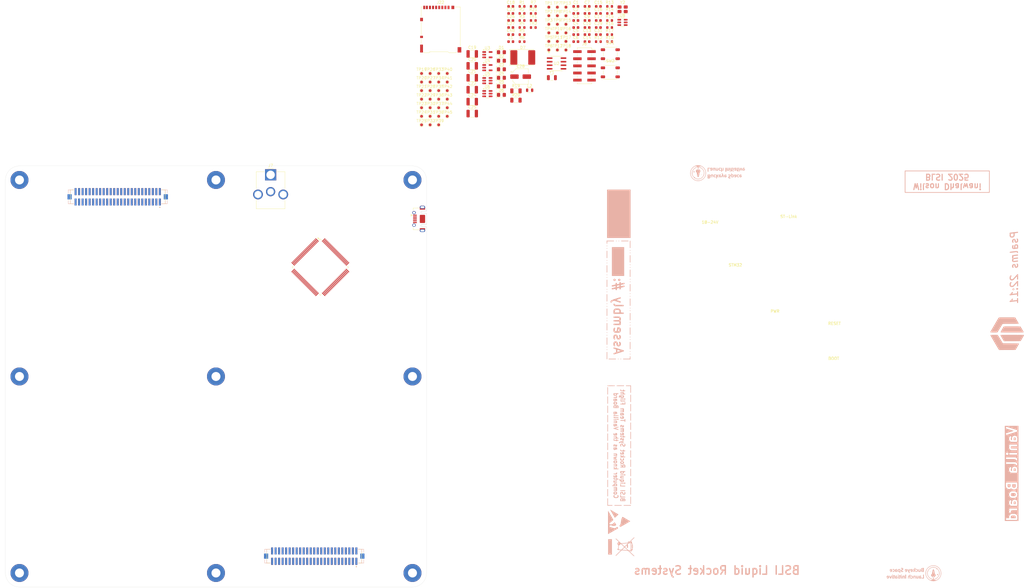
<source format=kicad_pcb>
(kicad_pcb (version 20241229) (generator "pcbnew") (generator_version "9.0")
  (layers (0 "F.Cu" signal "F.Cu(SIG)") (4 "In1.Cu" power "In1.Cu(GND)") (6 "In2.Cu" mixed "In2.Cu(PWR)") (8 "In3.Cu" signal "In3.Cu(ISIG)") (10 "In4.Cu" power "In4.Cu(GND)") (2 "B.Cu" signal "B.Cu(SIG)") (13 "F.Paste" user) (15 "B.Paste" user) (5 "F.SilkS" user "F.Silkscreen") (7 "B.SilkS" user "B.Silkscreen") (1 "F.Mask" user) (3 "B.Mask" user) (25 "Edge.Cuts" user))
  (net 0 "")
  (net 1 "GND")
  (net 2 "VDDA")
  (net 3 "NRST{slash}RESET")
  (net 4 "PC15{slash}LSE_OUT")
  (net 5 "PH1{slash}HSE_OUT")
  (net 6 "PH3{slash}BOOT0")
  (net 7 "/Mezzanine Connectors/Mez9")
  (net 8 "VBUS")
  (net 9 "/Mezzanine Connectors/Mez30")
  (net 10 "FLTCLK_P")
  (net 11 "/Mezzanine Connectors/Mez37")
  (net 12 "/Mezzanine Connectors/Mez28")
  (net 13 "FLTCLK_N")
  (net 14 "/Mezzanine Connectors/Mez15")
  (net 15 "/Mezzanine Connectors/Mez44")
  (net 16 "/Mezzanine Connectors/Mez14")
  (net 17 "/Mezzanine Connectors/Mez12")
  (net 18 "/Mezzanine Connectors/Mez34")
  (net 19 "/Mezzanine Connectors/Mez19")
  (net 20 "/Mezzanine Connectors/Mez43")
  (net 21 "/Mezzanine Connectors/Mez20")
  (net 22 "/Mezzanine Connectors/Mez45")
  (net 23 "/Mezzanine Connectors/Mez31")
  (net 24 "/Mezzanine Connectors/Mez10")
  (net 25 "/Mezzanine Connectors/Mez42")
  (net 26 "/Mezzanine Connectors/Mez27")
  (net 27 "/Mezzanine Connectors/Mez6")
  (net 28 "/Mezzanine Connectors/Mez21")
  (net 29 "/Mezzanine Connectors/Mez35")
  (net 30 "/Mezzanine Connectors/Mez33")
  (net 31 "/Mezzanine Connectors/Mez36")
  (net 32 "/Mezzanine Connectors/Mez46")
  (net 33 "/Mezzanine Connectors/Mez5")
  (net 34 "/Mezzanine Connectors/Mez23")
  (net 35 "/Mezzanine Connectors/Mez40")
  (net 36 "/Mezzanine Connectors/Mez32")
  (net 37 "/Mezzanine Connectors/Mez18")
  (net 38 "/Mezzanine Connectors/Mez8")
  (net 39 "/Mezzanine Connectors/Mez22")
  (net 40 "/Mezzanine Connectors/Mez16")
  (net 41 "/Mezzanine Connectors/Mez7")
  (net 42 "/Mezzanine Connectors/Mez17")
  (net 43 "/Mezzanine Connectors/Mez38")
  (net 44 "/Mezzanine Connectors/Mez24")
  (net 45 "/Mezzanine Connectors/Mez41")
  (net 46 "/Mezzanine Connectors/Mez29")
  (net 47 "/Mezzanine Connectors/Mez11")
  (net 48 "/Mezzanine Connectors/Mez39")
  (net 49 "/Mezzanine Connectors/Mez13")
  (net 50 "/Mezzanine Connectors/Mez59")
  (net 51 "/Mezzanine Connectors/Mez89")
  (net 52 "/Mezzanine Connectors/Mez68")
  (net 53 "/Mezzanine Connectors/Mez87")
  (net 54 "/Mezzanine Connectors/Mez66")
  (net 55 "/Mezzanine Connectors/Mez86")
  (net 56 "/Mezzanine Connectors/Mez58")
  (net 57 "/Mezzanine Connectors/Mez63")
  (net 58 "/Mezzanine Connectors/Mez56")
  (net 59 "/Mezzanine Connectors/Mez97")
  (net 60 "/Mezzanine Connectors/Mez84")
  (net 61 "/Mezzanine Connectors/Mez65")
  (net 62 "/Mezzanine Connectors/Mez90")
  (net 63 "/Mezzanine Connectors/Mez70")
  (net 64 "/Mezzanine Connectors/Mez93")
  (net 65 "/Mezzanine Connectors/Mez88")
  (net 66 "/Mezzanine Connectors/Mez82")
  (net 67 "/Mezzanine Connectors/Mez72")
  (net 68 "/Mezzanine Connectors/Mez62")
  (net 69 "/Mezzanine Connectors/Mez81")
  (net 70 "/Mezzanine Connectors/Mez80")
  (net 71 "/Mezzanine Connectors/Mez92")
  (net 72 "/Mezzanine Connectors/Mez57")
  (net 73 "/Mezzanine Connectors/Mez96")
  (net 74 "/Mezzanine Connectors/Mez95")
  (net 75 "/Mezzanine Connectors/Mez60")
  (net 76 "/Mezzanine Connectors/Mez64")
  (net 77 "/Mezzanine Connectors/Mez67")
  (net 78 "/Mezzanine Connectors/Mez94")
  (net 79 "/Mezzanine Connectors/Mez83")
  (net 80 "/Mezzanine Connectors/Mez54")
  (net 81 "/Mezzanine Connectors/Mez55")
  (net 82 "/Mezzanine Connectors/Mez69")
  (net 83 "/Mezzanine Connectors/Mez85")
  (net 84 "/Mezzanine Connectors/Mez61")
  (net 85 "/Mezzanine Connectors/Mez79")
  (net 86 "/Mezzanine Connectors/Mez91")
  (net 87 "/Mezzanine Connectors/Mez71")
  (net 88 "PA13{slash}SWDIO")
  (net 89 "PA14{slash}SWCLK")
  (net 90 "STATUS_LED_1")
  (net 91 "STATUS_LED_2")
  (net 92 "STATUS_LED_3")
  (net 93 "STATUS_LED_4")
  (net 94 "PC0{slash}ADC4_1")
  (net 95 "USB_D-")
  (net 96 "PA9{slash}USB_OTG_FS_VBUS")
  (net 97 "PH0{slash}HSE_IN")
  (net 98 "PC14{slash}LSE_IN")
  (net 100 "Net-(C10-Pad1)")
  (net 104 "Net-(C14-Pad1)")
  (net 109 "PA10{slash}USB_OTG_FS_ID")
  (net 110 "USB_D+")
  (net 116 "Net-(C17-Pad1)")
  (net 118 "PD0{slash}FDCAN1_RX")
  (net 121 "+3.3V")
  (net 125 "PA8{slash}USB_OTG_FS_SOF")
  (net 126 "Net-(U1-VCAP)")
  (net 128 "Net-(U6-SW)")
  (net 132 "Net-(U6-BST)")
  (net 136 "Net-(U3-+)")
  (net 137 "Net-(U4-+)")
  (net 141 "Net-(U5-BST)")
  (net 145 "PC9{slash}OTG_FS_NOE")
  (net 146 "PD1{slash}FDCAN1_TX")
  (net 150 "Net-(U5-SW)")
  (net 158 "+5V")
  (net 163 "Net-(D1-A)")
  (net 169 "CANTRX_STBY")
  (net 170 "Net-(D2-A)")
  (net 171 "Net-(D3-A)")
  (net 172 "Net-(D4-A)")
  (net 173 "Net-(D5-A)")
  (net 174 "Net-(D6-A)")
  (net 178 "STATUS_LED_5")
  (net 179 "BZR_Prg")
  (net 180 "CAN+")
  (net 181 "RGB_LED_RED")
  (net 182 "USB_C_PWR_DLVRY_Dead_Batt_Func")
  (net 183 "USB_C_PWR_DLVRY")
  (net 184 "RGB_LED_BLU")
  (net 185 "RGB_LED_GRN")
  (net 186 "I_5")
  (net 187 "I_3.3")
  (net 188 "USB_5V")
  (net 189 "CAN-")
  (net 191 "SD_CS")
  (net 193 "SD_SPI2_SCK")
  (net 194 "SD_SPI2_MOSI")
  (net 195 "SD_SPI2_MISO")
  (net 196 "Net-(D7-A)")
  (net 197 "MICRO_USB_D-")
  (net 198 "MICRO_USB_D+")
  (net 199 "Net-(U6-EN)")
  (net 200 "Net-(U5-EN)")
  (footprint "Capacitor_SMD:C_0603_1608Metric" (layer "F.Cu") (at 578.195 130.726)
    (property "Reference" "C6")
    (property "Value" "100n")
  )
  (footprint "Capacitor_SMD:C_0603_1608Metric" (layer "F.Cu") (at 578.195 123.196)
    (property "Reference" "C3")
    (property "Value" "100n")
  )
  (footprint "Resistor_SMD:R_0603_1608Metric" (layer "F.Cu") (at 590.225 128.216)
    (property "Reference" "R17")
    (property "Value" "60")
  )
  (footprint "Capacitor_SMD:C_0603_1608Metric" (layer "F.Cu") (at 586.215 125.706)
    (property "Reference" "C29")
    (property "Value" "4.7u")
  )
  (footprint "TestPoint:TestPoint_Pad_D1.0mm" (layer "F.Cu") (at 568.565 133.696)
    (property "Reference" "TP6")
    (property "Value" "TestPoint")
  )
  (footprint "TestPoint:TestPoint_Pad_D1.0mm" (layer "F.Cu") (at 532.385 151.216)
    (property "Reference" "TP43")
    (property "Value" "TestPoint")
  )
  (footprint "Connector_USB:USB_Micro-AB_Molex_47590-0001" (layer "F.Cu") (at 523.9 193.87 90)
    (property "Reference" "J1" (hide yes))
    (property "Value" "USB_OTG")
    (fp_line (start 2.8 -0.475) (end 2.8 1.1) (stroke (width 0.1)) (layer "Edge.Cuts"))
    (fp_line (start 1.95 -0.475) (end 1.95 1.1) (stroke (width 0.1)) (layer "Edge.Cuts"))
    (fp_line (start -1.95 -0.475) (end -1.95 1.1) (stroke (width 0.1)) (layer "Edge.Cuts"))
    (fp_line (start -2.8 -0.475) (end -2.8 1.1) (stroke (width 0.1)) (layer "Edge.Cuts"))
    (fp_line (start 2.8 1.1) (end 3.75 1.1) (stroke (width 0.1)) (layer "Edge.Cuts"))
    (fp_line (start -1.95 1.1) (end 1.95 1.1) (stroke (width 0.1)) (layer "Edge.Cuts"))
    (fp_line (start -3.75 1.1) (end -2.8 1.1) (stroke (width 0.1)) (layer "Edge.Cuts"))
    (fp_arc (start 1.95 -0.475) (mid 2.375 -0.9) (end 2.8 -0.475) (stroke (width 0.1)) (layer "Edge.Cuts"))
    (fp_arc (start -2.8 -0.475) (mid -2.375 -0.9) (end -1.95 -0.475) (stroke (width 0.1)) (layer "Edge.Cuts"))
  )
  (footprint "Capacitor_SMD:C_0603_1608Metric" (layer "F.Cu") (at 582.205 120.686)
    (property "Reference" "C8")
    (property "Value" "100nF")
  )
  (footprint "TestPoint:TestPoint_Pad_D1.0mm" (layer "F.Cu") (at 532.385 142.066)
    (property "Reference" "TP40")
    (property "Value" "TestPoint")
  )
  (footprint "Capacitor_SMD:C_1210_3225Metric" (layer "F.Cu") (at 541.285 147.846)
    (property "Reference" "C22")
    (property "Value" "22u")
  )
  (footprint "TestPoint:TestPoint_Pad_D1.0mm" (layer "F.Cu") (at 529.335 154.266)
    (property "Reference" "TP37")
    (property "Value" "TestPoint")
  )
  (footprint "Capacitor_SMD:C_0603_1608Metric" (layer "F.Cu") (at 586.215 128.216)
    (property "Reference" "C31")
    (property "Value" "10u")
  )
  (footprint "Capacitor_SMD:C_1210_3225Metric" (layer "F.Cu") (at 541.285 152.096)
    (property "Reference" "C24")
    (property "Value" "10u")
  )
  (footprint "LED_SMD:LED_0805_2012Metric_Pad1.15x1.40mm_HandSolder" (layer "F.Cu") (at 551.68 149.691)
    (property "Reference" "D6")
    (property "Value" "VILT_LED")
  )
  (footprint "TestPoint:TestPoint_Pad_D1.0mm" (layer "F.Cu") (at 526.285 145.116)
    (property "Reference" "TP27")
    (property "Value" "TestPoint")
  )
  (footprint "Button_Switch_SMD:SW_SPST_PTS647_Sx38" (layer "F.Cu") (at 590.465 135.206)
    (property "Reference" "SW1")
    (property "Value" "SW_Push")
  )
  (footprint "TestPoint:TestPoint_Pad_D1.0mm" (layer "F.Cu") (at 523.235 145.116)
    (property "Reference" "TP20")
    (property "Value" "TestPoint")
  )
  (footprint "TestPoint:TestPoint_Pad_D1.0mm" (layer "F.Cu") (at 571.615 121.496)
    (property "Reference" "TP8")
    (property "Value" "TestPoint")
  )
  (footprint "MountingHole:MountingHole_3.2mm_M3_Pad" (layer "F.Cu") (at 520 250)
    (property "Reference" "H8" (hide yes))
    (property "Value" "MountingHole_Pad")
  )
  (footprint "Capacitor_SMD:C_0603_1608Metric" (layer "F.Cu") (at 582.205 123.196)
    (property "Reference" "C9")
    (property "Value" "C_Small")
  )
  (footprint "Package_TO_SOT_SMD:TSOT-23-6" (layer "F.Cu") (at 546.685 149.246)
    (property "Reference" "U6")
    (property "Value" "AP63205WU")
  )
  (footprint "Crystal:Crystal_SMD_SeikoEpson_TSX3225-4Pin_3.2x2.5mm" (layer "F.Cu") (at 594.855 119.196)
    (property "Reference" "Y2")
    (property "Value" "16 MHz")
  )
  (footprint "TestPoint:TestPoint_Pad_D1.0mm" (layer "F.Cu") (at 574.665 130.646)
    (property "Reference" "TP17")
    (property "Value" "TestPoint")
  )
  (footprint "Resistor_SMD:R_0603_1608Metric" (layer "F.Cu") (at 559.025 120.686)
    (property "Reference" "R2")
    (property "Value" "680")
  )
  (footprint "Harwin_Conn_SMT:HARWIN_G125-FS15005L0R" (layer "F.Cu") (at 415 186)
    (property "Reference" "J3" (hide yes))
    (property "Value" "G125-FS15005L0R")
  )
  (footprint "Resistor_SMD:R_0603_1608Metric" (layer "F.Cu") (at 590.225 120.686)
    (property "Reference" "R14")
    (property "Value" "R_Small_US")
  )
  (footprint "TestPoint:TestPoint_Pad_D1.0mm" (layer "F.Cu") (at 529.335 148.166)
    (property "Reference" "TP35")
    (property "Value" "TestPoint")
  )
  (footprint "Capacitor_SMD:C_0603_1608Metric" (layer "F.Cu") (at 555.015 125.706)
    (property "Reference" "C27")
    (property "Value" "100n")
  )
  (footprint "Resistor_SMD:R_0603_1608Metric" (layer "F.Cu") (at 563.035 125.706)
    (property "Reference" "TH2")
    (property "Value" "Thermistor_PTC")
  )
  (footprint "Connector_PinSocket_2.54mm:PinSocket_2x05_P2.54mm_Vertical_SMD" (layer "F.Cu") (at 581.265 139.356)
    (property "Reference" "J6")
    (property "Value" "Conn_02x05_Counter_Clockwise")
  )
  (footprint "TestPoint:TestPoint_Pad_D1.0mm" (layer "F.Cu") (at 529.335 145.116)
    (property "Reference" "TP34")
    (property "Value" "TestPoint")
  )
  (footprint "Capacitor_SMD:C_1210_3225Metric" (layer "F.Cu") (at 541.285 143.596)
    (property "Reference" "C21")
    (property "Value" "22u")
  )
  (footprint "LED_SMD:LED_0805_2012Metric_Pad1.15x1.40mm_HandSolder" (layer "F.Cu") (at 551.68 134.491)
    (property "Reference" "D1")
    (property "Value" "BLU_LED")
  )
  (footprint "MountingHole:MountingHole_3.2mm_M3_Pad" (layer "F.Cu") (at 380 250)
    (property "Reference" "H2" (hide yes))
    (property "Value" "MountingHole_Pad")
  )
  (footprint "LED_SMD:LED_0805_2012Metric_Pad1.15x1.40mm_HandSolder" (layer "F.Cu") (at 551.68 137.531)
    (property "Reference" "D2")
    (property "Value" "RED_LED")
  )
  (footprint "Diode_SMD:D_3220_8050Metric" (layer "F.Cu") (at 559.295 136.366)
    (property "Reference" "D7")
    (property "Value" "D_Schottky")
  )
  (footprint "Resistor_SMD:R_0603_1608Metric" (layer "F.Cu") (at 559.025 123.196)
    (property "Reference" "R3")
    (property "Value" "680")
  )
  (footprint "MountingHole:MountingHole_3.2mm_M3_Pad" (layer "F.Cu") (at 450 320)
    (property "Reference" "H6" (hide yes))
    (property "Value" "MountingHole_Pad")
  )
  (footprint "TestPoint:TestPoint_Pad_D1.0mm" (layer "F.Cu") (at 526.285 157.316)
    (property "Reference" "TP31")
    (property "Value" "TestPoint")
  )
  (footprint "Resistor_SMD:R_0603_1608Metric" (layer "F.Cu") (at 590.225 125.706)
    (property "Reference" "R16")
    (property "Value" "10k")
  )
  (footprint "LED_SMD:LED_0805_2012Metric_Pad1.15x1.40mm_HandSolder" (layer "F.Cu") (at 551.68 143.611)
    (property "Reference" "D4")
    (property "Value" "GRN_LED")
  )
  (footprint "Resistor_SMD:R_0603_1608Metric" (layer "F.Cu") (at 563.035 123.196)
    (property "Reference" "TH1")
    (property "Value" "Thermistor_PTC")
  )
  (footprint "MountingHole:MountingHole_3.2mm_M3_Pad" (layer "F.Cu") (at 450 250)
    (property "Reference" "H5" (hide yes))
    (property "Value" "MountingHole_Pad")
  )
  (footprint "Capacitor_SMD:C_0603_1608Metric" (layer "F.Cu") (at 578.195 120.686)
    (property "Reference" "C2")
    (property "Value" "100n")
  )
  (footprint "Capacitor_SMD:C_0603_1608Metric" (layer "F.Cu") (at 578.195 118.176)
    (property "Reference" "C1")
    (property "Value" "100n")
  )
  (footprint "Harwin_Conn_SMT:SOIC8_4P9X3P9MC_MCH" (layer "F.Cu") (at 571.3246 138.5023)
    (property "Reference" "U2")
    (property "Value" "ATA6561-GAQW-N")
  )
  (footprint "Resistor_SMD:R_0603_1608Metric" (layer "F.Cu") (at 559.025 118.176)
    (property "Reference" "R1")
    (property "Value" "680")
  )
  (footprint "TestPoint:TestPoint_Pad_D1.0mm" (layer "F.Cu") (at 568.565 130.646)
    (property "Reference" "TP5")
    (property "Value" "TestPoint")
  )
  (footprint "MountingHole:MountingHole_3.2mm_M3_Pad" (layer "F.Cu") (at 380 180)
    (property "Reference" "H1" (hide yes))
    (property "Value" "MountingHole_Pad")
  )
  (footprint "MountingHole:MountingHole_3.2mm_M3_Pad" (layer "F.Cu") (at 520 320)
    (property "Reference" "H9" (hide yes))
    (property "Value" "MountingHole_Pad")
  )
  (footprint "Capacitor_SMD:C_0603_1608Metric" (layer "F.Cu") (at 586.215 123.196)
    (property "Reference" "C17")
    (property "Value" "100n")
  )
  (footprint "TestPoint:TestPoint_Pad_D1.0mm" (layer "F.Cu") (at 574.665 121.496)
    (property "Reference" "TP14")
    (property "Value" "TestPoint")
  )
  (footprint "Package_TO_SOT_SMD:SOT-23-5" (layer "F.Cu") (at 546.685 135.371)
    (property "Reference" "U3")
    (property "Value" "INA180A4")
  )
  (footprint "Capacitor_SMD:C_0603_1608Metric" (layer "F.Cu") (at 555.015 120.686)
    (property "Reference" "C23")
    (property "Value" "100n")
  )
  (footprint "Capacitor_SMD:C_0603_1608Metric" (layer "F.Cu") (at 582.205 128.216)
    (property "Reference" "C13")
    (property "Value" "1u")
  )
  (footprint "MountingHole:MountingHole_3.2mm_M3_Pad" (layer "F.Cu") (at 520 180)
    (property "Reference" "H7" (hide yes))
    (property "Value" "MountingHole_Pad")
  )
  (footprint "Connector_BarrelJack:BarrelJack_CUI_PJ-063AH_Horizontal_CircularHoles" (layer "F.Cu") (at 469.464 178.166)
    (property "Reference" "J7")
    (property "Value" "Barrel_Jack")
  )
  (footprint "LED_SMD:LED_0805_2012Metric_Pad1.15x1.40mm_HandSolder" (layer "F.Cu") (at 551.68 146.651)
    (property "Reference" "D5")
    (property "Value" "AMBR_LED")
  )
  (footprint "TestPoint:TestPoint_Pad_D1.0mm" (layer "F.Cu") (at 523.235 157.316)
    (property "Reference" "TP24")
    (property "Value" "TestPoint")
  )
  (footprint "Resistor_SMD:R_0603_1608Metric" (layer "F.Cu") (at 559.025 125.706)
    (property "Reference" "R4")
    (property "Value" "680")
  )
  (footprint "Capacitor_SMD:C_1210_3225Metric" (layer "F.Cu") (at 541.285 156.346)
    (property "Reference" "C25")
    (property "Value" "10u")
  )
  (footprint "Capacitor_SMD:C_0603_1608Metric" (layer "F.Cu") (at 578.195 125.706)
    (property "Reference" "C4")
    (property "Value" "100n")
  )
  (footprint "Button_Switch_SMD:SW_SPST_PTS647_Sx38" (layer "F.Cu") (at 590.465 141.656)
    (property "Reference" "SW2")
    (property "Value" "SW_Push")
  )
  (footprint "TestPoint:TestPoint_Pad_D1.0mm" (layer "F.Cu") (at 529.335 160.366)
    (property "Reference" "TP39")
    (property "Value" "TestPoint")
  )
  (footprint "TestPoint:TestPoint_Pad_D1.0mm" (layer "F.Cu") (at 526.285 160.366)
    (property "Reference" "TP32")
    (property "Value" "TestPoint")
  )
  (footprint "TestPoint:TestPoint_Pad_D1.0mm" (layer "F.Cu") (at 574.665 118.446)
    (property "Reference" "TP13")
    (property "Value" "TestPoint")
  )
  (footprint "Resistor_SMD:R_0603_1608Metric" (layer "F.Cu") (at 590.225 130.726)
    (property "Reference" "R18")
    (property "Value" "60")
  )
  (footprint "TestPoint:TestPoint_Pad_D1.0mm" (layer "F.Cu") (at 526.285 151.216)
    (property "Reference" "TP29")
    (property "Value" "TestPoint")
  )
  (footprint "TestPoint:TestPoint_Pad_D1.0mm" (layer "F.Cu") (at 532.385 157.316)
    (property "Reference" "TP45")
    (property "Value" "TestPoint")
  )
  (footprint "Capacitor_SMD:CP_Elec_5x5.9" (layer "F.Cu") (at 558.525 143.186)
    (property "Reference" "C28")
    (property "Value" "10uF")
  )
  (footprint "Harwin_Conn_SMT:HARWIN_G125-FS15005L0R" (layer "F.Cu") (at 485 314)
    (property "Reference" "J5" (hide yes))
    (property "Value" "G125-FS15005L0R")
  )
  (footprint "TestPoint:TestPoint_Pad_D1.0mm" (layer "F.Cu") (at 532.385 154.266)
    (property "Reference" "TP44")
    (property "Value" "TestPoint")
  )
  (footprint "Capacitor_SMD:C_0603_1608Metric" (layer "F.Cu") (at 578.195 128.216)
    (property "Reference" "C5")
    (property "Value" "100n")
  )
  (footprint "Resistor_SMD:R_1206_3216Metric" (layer "F.Cu") (at 556.855 148.266)
    (property "Reference" "R19")
    (property "Value" "1m")
  )
  (footprint "Capacitor_SMD:C_1210_3225Metric" (layer "F.Cu") (at 541.285 135.096)
    (property "Reference" "C19")
    (property "Value" "22u")
  )
  (footprint "TestPoint:TestPoint_Pad_D1.0mm" (layer "F.Cu") (at 523.235 154.266)
    (property "Reference" "TP23")
    (property "Value" "TestPoint")
  )
  (footprint "Resistor_SMD:R_0603_1608Metric" (layer "F.Cu") (at 590.225 118.176)
    (property "Reference" "R13")
    (property "Value" "10k")
  )
  (footprint "TestPoint:TestPoint_Pad_D1.0mm" (layer "F.Cu") (at 532.385 148.166)
    (property "Reference" "TP42")
    (property "Value" "TestPoint")
  )
  (footprint "Package_TO_SOT_SMD:SOT-23-6" (layer "F.Cu") (at 594.805 123.871)
    (property "Reference" "U8")
    (property "Value" "USBLC6-2SC6")
  )
  (footprint "Resistor_SMD:R_0603_1608Metric" (layer "F.Cu") (at 563.035 120.686)
    (property "Reference" "R21")
    (property "Value" "680")
  )
  (footprint "Capacitor_SMD:C_0603_1608Metric" (layer "F.Cu") (at 555.015 128.216)
    (property "Reference" "C48")
    (property "Value" "10uF")
  )
  (footprint "Inductor_SMD:L_TDK_MLZ2012_h1.25mm" (layer "F.Cu") (at 561.735 148.031)
    (property "Reference" "L2")
    (property "Value" "4.7u")
  )
  (footprint "TestPoint:TestPoint_Pad_D1.0mm" (layer "F.Cu") (at 571.615 118.446)
    (property "Reference" "TP7")
    (property "Value" "TestPoint")
  )
  (footprint "TestPoint:TestPoint_Pad_D1.0mm" (layer "F.Cu") (at 523.235 142.066)
    (property "Reference" "TP19")
    (property "Value" "TestPoint")
  )
  (footprint "TestPoint:TestPoint_Pad_D1.0mm" (layer "F.Cu") (at 568.565 118.446)
    (property "Reference" "TP1")
    (property "Value" "TestPoint")
  )
  (footprint "Capacitor_SMD:C_0603_1608Metric" (layer "F.Cu") (at 586.215 120.686)
    (property "Reference" "C16")
    (property "Value" "100n")
  )
  (footprint "Inductor_SMD:L_0603_1608Metric" (layer "F.Cu") (at 555.015 130.726)
    (property "Reference" "L1")
    (property "Value" "3.9u")
  )
  (footprint "TestPoint:TestPoint_Pad_D1.0mm" (layer "F.Cu") (at 526.285 148.166)
    (property "Reference" "TP28")
    (property "Value" "TestPoint")
  )
  (footprint "Package_TO_SOT_SMD:TSOT-23-6" (layer "F.Cu") (at 546.685 144.621)
    (property "Reference" "U5")
    (property "Value" "AP63203WU")
  )
  (footprint "Package_QFP:LQFP-100_14x14mm_P0.5mm" (layer "F.Cu") (at 487.172 211.074)
    (property "Reference" "U1" (hide yes))
    (property "Value" "STM32U575VITx")
  )
  (footprint "TestPoint:TestPoint_Pad_D1.0mm" (layer "F.Cu") (at 568.565 127.596)
    (property "Reference" "TP4")
    (property "Value" "TestPoint")
  )
  (footprint "TestPoint:TestPoint_Pad_D1.0mm" (layer "F.Cu") (at 529.335 151.216)
    (property "Reference" "TP36")
    (property "Value" "TestPoint")
  )
  (footprint "TestPoint:TestPoint_Pad_D1.0mm" (layer "F.Cu") (at 571.615 124.546)
    (property "Reference" "TP9")
    (property "Value" "TestPoint")
  )
  (footprint "TestPoint:TestPoint_Pad_D1.0mm" (layer "F.Cu") (at 532.385 145.116)
    (property "Reference" "TP41")
    (property "Value" "TestPoint")
  )
  (footprint "TestPoint:TestPoint_Pad_D1.0mm" (layer "F.Cu") (at 571.615 127.596)
    (property "Reference" "TP10")
    (property "Value" "TestPoint")
  )
  (footprint "TestPoint:TestPoint_Pad_D1.0mm" (layer "F.Cu") (at 571.615 133.696)
    (property "Reference" "TP12")
    (property "Value" "TestPoint")
  )
  (footprint "TestPoint:TestPoint_Pad_D1.0mm" (layer "F.Cu") (at 568.565 121.496)
    (property "Reference" "TP2")
    (property "Value" "TestPoint")
  )
  (footprint "LED_SMD:LED_0805_2012Metric_Pad1.15x1.40mm_HandSolder" (layer "F.Cu") (at 551.68 140.571)
    (property "Reference" "D3")
    (property "Value" "YLW_LED")
  )
  (footprint "TestPoint:TestPoint_Pad_D1.0mm" (layer "F.Cu") (at 526.285 154.266)
    (property "Reference" "TP30")
    (property "Value" "TestPoint")
  )
  (footprint "Capacitor_SMD:C_0603_1608Metric" (layer "F.Cu") (at 555.015 118.176)
    (property "Reference" "C18")
    (property "Value" "100n")
  )
  (footprint "MountingHole:MountingHole_3.2mm_M3_Pad" (layer "F.Cu") (at 450 180)
    (property "Reference" "H4" (hide yes))
    (property "Value" "MountingHole_Pad")
  )
  (footprint "TestPoint:TestPoint_Pad_D1.0mm" (layer "F.Cu") (at 574.665 124.546)
    (property "Reference" "TP15")
    (property "Value" "TestPoint")
  )
  (footprint "Resistor_SMD:R_0603_1608Metric" (layer "F.Cu") (at 586.215 130.726)
    (property "Reference" "R12")
    (property "Value" "4.7k")
  )
  (footprint "TestPoint:TestPoint_Pad_D1.0mm" (layer "F.Cu") (at 523.235 148.166)
    (property "Reference" "TP21")
    (property "Value" "TestPoint")
  )
  (footprint "Resistor_SMD:R_1206_3216Metric" (layer "F.Cu") (at 556.855 151.576)
    (property "Reference" "R20")
    (property "Value" "1m")
  )
  (footprint "Capacitor_SMD:C_0603_1608Metric" (layer "F.Cu") (at 582.205 118.176)
    (property "Reference" "C7")
    (property "Value" "100n")
  )
  (footprint "TestPoint:TestPoint_Pad_D1.0mm" (layer "F.Cu") (at 571.615 130.646)
    (property "Reference" "TP11")
    (property "Value" "TestPoint")
  )
  (footprint "TestPoint:TestPoint_Pad_D1.0mm" (layer "F.Cu") (at 568.565 124.546)
    (property "Reference" "TP3")
    (property "Value" "TestPoint")
  )
  (footprint "Resistor_SMD:R_0603_1608Metric" (layer "F.Cu") (at 559.025 130.726)
    (property "Reference" "R6")
    (property "Value" "22k")
  )
  (footprint "Capacitor_SMD:C_0603_1608Metric" (layer "F.Cu") (at 586.215 118.176)
    (property "Reference" "C15")
    (property "Value" "C_Small")
  )
  (footprint "TestPoint:TestPoint_Pad_D1.0mm" (layer "F.Cu") (at 574.665 127.596)
    (property "Reference" "TP16")
    (property "Value" "TestPoint")
  )
  (footprint "Package_TO_SOT_SMD:SOT-23-5" (layer "F.Cu") (at 546.685 139.996)
    (property "Reference" "U4")
    (property "Value" "INA180A4")
  )
  (footprint "TestPoint:TestPoint_Pad_D1.0mm" (layer "F.Cu") (at 523.235 151.216)
    (property "Reference" "TP22")
    (property "Value" "TestPoint")
  )
  (footprint "TestPoint:TestPoint_Pad_D1.0mm" (layer "F.Cu") (at 523.235 160.366)
    (property "Reference" "TP25")
    (property "Value" "TestPoint")
  )
  (footprint "TestPoint:TestPoint_Pad_D1.0mm" (layer "F.Cu") (at 529.335 142.066)
    (property "Reference" "TP33")
    (property "Value" "TestPoint")
  )
  (footprint "TestPoint:TestPoint_Pad_D1.0mm" (layer "F.Cu") (at 529.335 157.316)
    (property "Reference" "TP38")
    (property "Value" "TestPoint")
  )
  (footprint "Capacitor_SMD:C_0603_1608Metric" (layer "F.Cu") (at 582.205 125.706)
    (property "Reference" "C10")
    (property "Value" "C_Small")
  )
  (footprint "Resistor_SMD:R_0603_1608Metric" (layer "F.Cu") (at 590.225 123.196)
    (property "Reference" "R15")
    (property "Value" "R_Small_US")
  )
  (footprint "MountingHole:MountingHole_3.2mm_M3_Pad" (layer "F.Cu") (at 380 320)
    (property "Reference" "H3" (hide yes))
    (property "Value" "MountingHole_Pad")
  )
  (footprint "Crystal:Crystal_SMD_MicroCrystal_CC7V-T1A-2Pin_3.2x1.5mm" (layer "F.Cu") (at 569.665 143.556)
    (property "Reference" "Y1")
    (property "Value" "32.768 kHz")
  )
  (footprint "TestPoint:TestPoint_Pad_D1.0mm" (layer "F.Cu") (at 574.665 133.696)
    (property "Reference" "TP18")
    (property "Value" "TestPoint")
  )
  (footprint "Capacitor_SMD:C_0603_1608Metric" (layer "F.Cu") (at 555.015 123.196)
    (property "Reference" "C26")
    (property "Value" "100n")
  )
  (footprint "Resistor_SMD:R_0603_1608Metric" (layer "F.Cu") (at 559.025 128.216)
    (property "Reference" "R5")
    (property "Value" "680")
  )
  (footprint "Connector_Card:microSD_HC_Hirose_DM3AT-SF-PEJM5" (layer "F.Cu") (at 530.055 126.266)
    (property "Reference" "J22")
    (property "Value" "Micro_SD_Card")
  )
  (footprint "TestPoint:TestPoint_Pad_D1.0mm" (layer "F.Cu") (at 526.285 142.066)
    (property "Reference" "TP26")
    (property "Value" "TestPoint")
  )
  (footprint "Capacitor_SMD:C_0603_1608Metric" (layer "F.Cu") (at 582.205 130.726)
    (property "Reference" "C14")
    (property "Value" "C_Small")
  )
  (footprint "Capacitor_SMD:C_1210_3225Metric" (layer "F.Cu") (at 541.285 139.346)
    (property "Reference" "C20")
    (property "Value" "22u")
  )
  (footprint "Resistor_SMD:R_0603_1608Metric" (layer "F.Cu") (at 563.035 118.176)
    (property "Reference" "R7")
    (property "Value" "100k")
  )
  (footprint "Symbol:ESD-Logo_8.9x8mm_SilkScreen" (layer "B.Cu") (at 593.64 301.788 90)
    (property "Reference" "REF**" (hide yes))
    (property "Value" "ESD-Logo_8.9x8mm_SilkScreen" (hide yes))
  )
  (footprint "Symbol:WEEE-Logo_4.2x6mm_SilkScreen" (layer "B.Cu") (at 594.406 310.678 90)
    (property "Reference" "REF**" (hide yes))
    (property "Value" "WEEE-Logo_4.2x6mm_SilkScreen" (hide yes))
  )
  (footprint "LOGO" (layer "B.Cu") (at 698.656 320.076 180)
    (property "Reference" "G***" (hide yes))
    (property "Value" "LOGO" (hide yes))
  )
  (footprint "LOGO" (layer "B.Cu") (at 628.656 177.582)
    (property "Reference" "G***" (hide yes))
    (property "Value" "LOGO" (hide yes))
  )
  (footprint "Harwin_Conn_SMT:HARWIN_G125-MS15005L3R" (layer "B.Cu") (at 415 186 180)
    (property "Reference" "J2" (hide yes))
    (property "Value" "G125-MS15005L3R")
  )
  (footprint "Harwin_Conn_SMT:HARWIN_G125-MS15005L3R" (layer "B.Cu") (at 485 314 180)
    (property "Reference" "J4" (hide yes))
    (property "Value" "G125-MS15005L3R")
  )
  (footprint "LOGO" (layer "B.Cu") (at 732.07 234.732 -90)
    (property "Reference" "G***" (hide yes))
    (property "Value" "LOGO" (hide yes))
  )
  (gr_rect (start 591.1 203.998) (end 595.336 214.116) (stroke (width 0.1524)) (fill yes) (layer "B.SilkS"))
  (gr_rect (start 589.39 183.521) (end 597.636 200.599) (stroke (width 0.1524)) (fill yes) (layer "B.SilkS"))
  (gr_rect (start 589.545 253.302) (end 597.735 295.918) (stroke (width 0.22) (type dash)) (fill no) (layer "B.SilkS"))
  (gr_rect (start 695.489 176.778) (end 725.489 184.444) (stroke (width 0.25)) (fill no) (layer "B.SilkS"))
  (gr_rect (start 589.28 201.737) (end 597.532 243.779) (stroke (width 0.22) (type dash_dot_dot)) (fill no) (layer "B.SilkS"))
  (gr_arc (start 520 175) (mid 523.535534 176.464466) (end 525 180) (stroke (width 0.05)) (layer "Edge.Cuts"))
  (gr_line (start 375 320) (end 375 180) (stroke (width 0.05)) (layer "Edge.Cuts"))
  (gr_line (start 525 197.62) (end 525 320) (stroke (width 0.05)) (layer "Edge.Cuts"))
  (gr_line (start 520 325) (end 380 325) (stroke (width 0.05)) (layer "Edge.Cuts"))
  (gr_line (start 525 180) (end 525 190.12) (stroke (width 0.05)) (layer "Edge.Cuts"))
  (gr_arc (start 375 180) (mid 376.464466 176.464466) (end 380 175) (stroke (width 0.05)) (layer "Edge.Cuts"))
  (gr_arc (start 380 325) (mid 376.464466 323.535534) (end 375 320) (stroke (width 0.05)) (layer "Edge.Cuts"))
  (gr_line (start 380 175) (end 520 175) (stroke (width 0.05)) (layer "Edge.Cuts"))
  (gr_arc (start 525 320) (mid 523.535534 323.535534) (end 520 325) (stroke (width 0.05)) (layer "Edge.Cuts"))
  (gr_text "BOOT" (at 670.052 243.586 0) (layer "F.SilkS") (effects (font (size 1 1) (thickness 0.2) (bold yes))))
  (gr_text "18-24V" (at 625.996 195.046 0) (layer "F.SilkS") (effects (font (size 1 1) (thickness 0.2) (bold yes))))
  (gr_text "PWR" (at 649.1335 226.746 0) (layer "F.SilkS") (effects (font (size 1 1) (thickness 0.2) (bold yes))))
  (gr_text "STM32" (at 635 210.312 0) (layer "F.SilkS") (effects (font (size 1 1) (thickness 0.2) (bold yes))))
  (gr_text "RESET" (at 670.306 231.14 0) (layer "F.SilkS") (effects (font (size 1 1) (thickness 0.2) (bold yes))))
  (gr_text "ST-Link" (at 654.006 193.04 0) (layer "F.SilkS") (effects (font (size 1 1) (thickness 0.2) (bold yes))))
  (gr_text "Psalms 22:11" (at 734.356 211.11 90) (layer "B.SilkS") (effects (font (size 2.6 2.5) (thickness 0.4) (italic yes)) (justify mirror)))
  (gr_text "Wilson Dhalwani\nBLSI 2025" (at 710.489 180.611 180) (layer "B.SilkS") (effects (font (size 2.1 2) (thickness 0.4) (bold yes)) (justify mirror)))
  (gr_text "Vanilla Board" (at 733.594 284.77 90) (layer "B.SilkS" knockout) (effects (font (size 3.5 3.3) (thickness 0.6) (bold yes)) (justify mirror)))
  (gr_text "BSLI Liquid Rocket Systems" (at 628.438 319.06 0) (layer "B.SilkS") (effects (font (size 3 2.8) (thickness 0.5) (bold yes)) (justify mirror)))
  (gr_text "\n\n\nAssembly #: 1.0\n" (at 601.006 223.81 270) (layer "B.SilkS") (effects (font (size 3.2 3) (thickness 0.5) (bold yes)) (justify mirror)))
  (gr_text "BLSI Liquid Rocket Systems Team Flight\nComputer known as the Vanilla Board\n" (at 593.64 274.61 270) (layer "B.SilkS") (effects (font (size 1.5 1.3) (thickness 0.27) (bold yes)) (justify mirror)))
)
</source>
